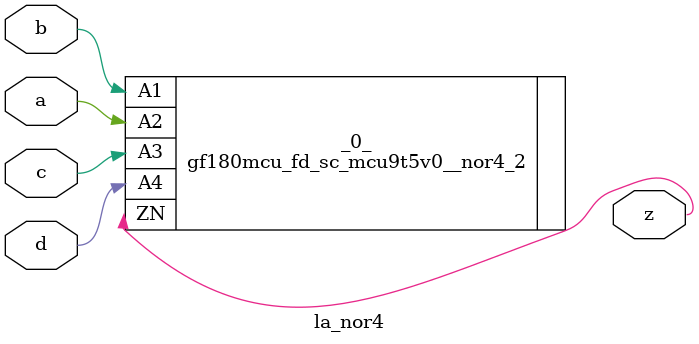
<source format=v>

/* Generated by Yosys 0.37 (git sha1 a5c7f69ed, clang 14.0.0-1ubuntu1.1 -fPIC -Os) */

module la_nor4(a, b, c, d, z);
  input a;
  wire a;
  input b;
  wire b;
  input c;
  wire c;
  input d;
  wire d;
  output z;
  wire z;
  gf180mcu_fd_sc_mcu9t5v0__nor4_2 _0_ (
    .A1(b),
    .A2(a),
    .A3(c),
    .A4(d),
    .ZN(z)
  );
endmodule

</source>
